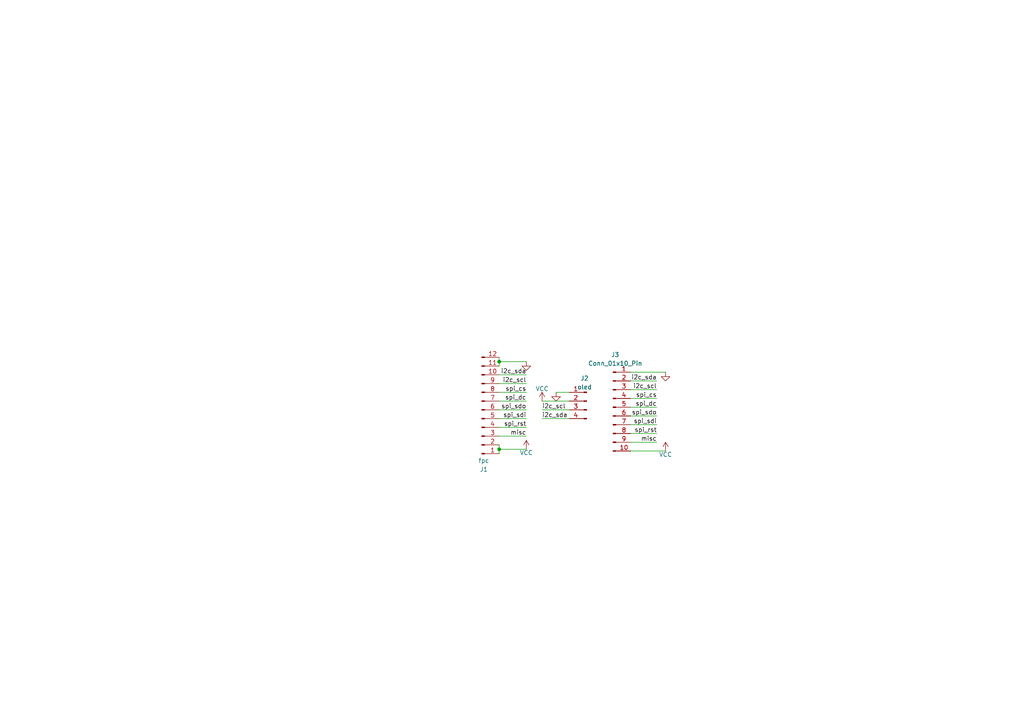
<source format=kicad_sch>
(kicad_sch (version 20230121) (generator eeschema)
  (paper "A4")
  (lib_symbols
    (symbol "Connector:Conn_01x04_Pin" (pin_names (offset 1.016) hide)
      (property "Reference" "J" (at 0 5.08 0))
      (property "Value" "Conn_01x04_Pin" (at 0 -7.62 0))
      (symbol "Conn_01x04_Pin_1_1"
        (polyline (pts (xy 1.27 -5.08) (xy 0.8636 -5.08)) (stroke (width 0.1524)))
        (polyline (pts (xy 1.27 -2.54) (xy 0.8636 -2.54)) (stroke (width 0.1524)))
        (polyline (pts (xy 1.27 0) (xy 0.8636 0)) (stroke (width 0.1524)))
        (polyline (pts (xy 1.27 2.54) (xy 0.8636 2.54)) (stroke (width 0.1524)))
        (rectangle (start 0.8636 -4.953) (end 0 -5.207) (stroke (width 0.1524)) (fill (type outline)))
        (rectangle (start 0.8636 -2.413) (end 0 -2.667) (stroke (width 0.1524)) (fill (type outline)))
        (rectangle (start 0.8636 0.127) (end 0 -0.127) (stroke (width 0.1524)) (fill (type outline)))
        (rectangle (start 0.8636 2.667) (end 0 2.413) (stroke (width 0.1524)) (fill (type outline)))
        (pin passive line (at 5.08 2.54 180) (length 3.81) (name "Pin_1") (number "1"))
        (pin passive line (at 5.08 0 180) (length 3.81) (name "Pin_2") (number "2"))
        (pin passive line (at 5.08 -2.54 180) (length 3.81) (name "Pin_3") (number "3"))
        (pin passive line (at 5.08 -5.08 180) (length 3.81) (name "Pin_4") (number "4"))
      )
    )
    (symbol "Connector:Conn_01x10_Pin" (pin_names (offset 1.016) hide)
      (property "Reference" "J" (at 0 12.7 0))
      (property "Value" "Conn_01x10_Pin" (at 0 -15.24 0))
      (symbol "Conn_01x10_Pin_1_1"
        (polyline (pts (xy 1.27 -12.7) (xy 0.8636 -12.7)) (stroke (width 0.1524)))
        (polyline (pts (xy 1.27 -10.16) (xy 0.8636 -10.16)) (stroke (width 0.1524)))
        (polyline (pts (xy 1.27 -7.62) (xy 0.8636 -7.62)) (stroke (width 0.1524)))
        (polyline (pts (xy 1.27 -5.08) (xy 0.8636 -5.08)) (stroke (width 0.1524)))
        (polyline (pts (xy 1.27 -2.54) (xy 0.8636 -2.54)) (stroke (width 0.1524)))
        (polyline (pts (xy 1.27 0) (xy 0.8636 0)) (stroke (width 0.1524)))
        (polyline (pts (xy 1.27 2.54) (xy 0.8636 2.54)) (stroke (width 0.1524)))
        (polyline (pts (xy 1.27 5.08) (xy 0.8636 5.08)) (stroke (width 0.1524)))
        (polyline (pts (xy 1.27 7.62) (xy 0.8636 7.62)) (stroke (width 0.1524)))
        (polyline (pts (xy 1.27 10.16) (xy 0.8636 10.16)) (stroke (width 0.1524)))
        (rectangle (start 0.8636 -12.573) (end 0 -12.827) (stroke (width 0.1524)) (fill (type outline)))
        (rectangle (start 0.8636 -10.033) (end 0 -10.287) (stroke (width 0.1524)) (fill (type outline)))
        (rectangle (start 0.8636 -7.493) (end 0 -7.747) (stroke (width 0.1524)) (fill (type outline)))
        (rectangle (start 0.8636 -4.953) (end 0 -5.207) (stroke (width 0.1524)) (fill (type outline)))
        (rectangle (start 0.8636 -2.413) (end 0 -2.667) (stroke (width 0.1524)) (fill (type outline)))
        (rectangle (start 0.8636 0.127) (end 0 -0.127) (stroke (width 0.1524)) (fill (type outline)))
        (rectangle (start 0.8636 2.667) (end 0 2.413) (stroke (width 0.1524)) (fill (type outline)))
        (rectangle (start 0.8636 5.207) (end 0 4.953) (stroke (width 0.1524)) (fill (type outline)))
        (rectangle (start 0.8636 7.747) (end 0 7.493) (stroke (width 0.1524)) (fill (type outline)))
        (rectangle (start 0.8636 10.287) (end 0 10.033) (stroke (width 0.1524)) (fill (type outline)))
        (pin passive line (at 5.08 10.16 180) (length 3.81) (name "Pin_1") (number "1"))
        (pin passive line (at 5.08 -12.7 180) (length 3.81) (name "Pin_10") (number "10"))
        (pin passive line (at 5.08 7.62 180) (length 3.81) (name "Pin_2") (number "2"))
        (pin passive line (at 5.08 5.08 180) (length 3.81) (name "Pin_3") (number "3"))
        (pin passive line (at 5.08 2.54 180) (length 3.81) (name "Pin_4") (number "4"))
        (pin passive line (at 5.08 0 180) (length 3.81) (name "Pin_5") (number "5"))
        (pin passive line (at 5.08 -2.54 180) (length 3.81) (name "Pin_6") (number "6"))
        (pin passive line (at 5.08 -5.08 180) (length 3.81) (name "Pin_7") (number "7"))
        (pin passive line (at 5.08 -7.62 180) (length 3.81) (name "Pin_8") (number "8"))
        (pin passive line (at 5.08 -10.16 180) (length 3.81) (name "Pin_9") (number "9"))
      )
    )
    (symbol "Connector:Conn_01x12_Pin" (pin_names (offset 1.016) hide)
      (property "Reference" "J" (at 0 15.24 0))
      (property "Value" "Conn_01x12_Pin" (at 0 -17.78 0))
      (symbol "Conn_01x12_Pin_1_1"
        (polyline (pts (xy 1.27 -15.24) (xy 0.8636 -15.24)) (stroke (width 0.1524)))
        (polyline (pts (xy 1.27 -12.7) (xy 0.8636 -12.7)) (stroke (width 0.1524)))
        (polyline (pts (xy 1.27 -10.16) (xy 0.8636 -10.16)) (stroke (width 0.1524)))
        (polyline (pts (xy 1.27 -7.62) (xy 0.8636 -7.62)) (stroke (width 0.1524)))
        (polyline (pts (xy 1.27 -5.08) (xy 0.8636 -5.08)) (stroke (width 0.1524)))
        (polyline (pts (xy 1.27 -2.54) (xy 0.8636 -2.54)) (stroke (width 0.1524)))
        (polyline (pts (xy 1.27 0) (xy 0.8636 0)) (stroke (width 0.1524)))
        (polyline (pts (xy 1.27 2.54) (xy 0.8636 2.54)) (stroke (width 0.1524)))
        (polyline (pts (xy 1.27 5.08) (xy 0.8636 5.08)) (stroke (width 0.1524)))
        (polyline (pts (xy 1.27 7.62) (xy 0.8636 7.62)) (stroke (width 0.1524)))
        (polyline (pts (xy 1.27 10.16) (xy 0.8636 10.16)) (stroke (width 0.1524)))
        (polyline (pts (xy 1.27 12.7) (xy 0.8636 12.7)) (stroke (width 0.1524)))
        (rectangle (start 0.8636 -15.113) (end 0 -15.367) (stroke (width 0.1524)) (fill (type outline)))
        (rectangle (start 0.8636 -12.573) (end 0 -12.827) (stroke (width 0.1524)) (fill (type outline)))
        (rectangle (start 0.8636 -10.033) (end 0 -10.287) (stroke (width 0.1524)) (fill (type outline)))
        (rectangle (start 0.8636 -7.493) (end 0 -7.747) (stroke (width 0.1524)) (fill (type outline)))
        (rectangle (start 0.8636 -4.953) (end 0 -5.207) (stroke (width 0.1524)) (fill (type outline)))
        (rectangle (start 0.8636 -2.413) (end 0 -2.667) (stroke (width 0.1524)) (fill (type outline)))
        (rectangle (start 0.8636 0.127) (end 0 -0.127) (stroke (width 0.1524)) (fill (type outline)))
        (rectangle (start 0.8636 2.667) (end 0 2.413) (stroke (width 0.1524)) (fill (type outline)))
        (rectangle (start 0.8636 5.207) (end 0 4.953) (stroke (width 0.1524)) (fill (type outline)))
        (rectangle (start 0.8636 7.747) (end 0 7.493) (stroke (width 0.1524)) (fill (type outline)))
        (rectangle (start 0.8636 10.287) (end 0 10.033) (stroke (width 0.1524)) (fill (type outline)))
        (rectangle (start 0.8636 12.827) (end 0 12.573) (stroke (width 0.1524)) (fill (type outline)))
        (pin passive line (at 5.08 12.7 180) (length 3.81) (name "Pin_1") (number "1"))
        (pin passive line (at 5.08 -10.16 180) (length 3.81) (name "Pin_10") (number "10"))
        (pin passive line (at 5.08 -12.7 180) (length 3.81) (name "Pin_11") (number "11"))
        (pin passive line (at 5.08 -15.24 180) (length 3.81) (name "Pin_12") (number "12"))
        (pin passive line (at 5.08 10.16 180) (length 3.81) (name "Pin_2") (number "2"))
        (pin passive line (at 5.08 7.62 180) (length 3.81) (name "Pin_3") (number "3"))
        (pin passive line (at 5.08 5.08 180) (length 3.81) (name "Pin_4") (number "4"))
        (pin passive line (at 5.08 2.54 180) (length 3.81) (name "Pin_5") (number "5"))
        (pin passive line (at 5.08 0 180) (length 3.81) (name "Pin_6") (number "6"))
        (pin passive line (at 5.08 -2.54 180) (length 3.81) (name "Pin_7") (number "7"))
        (pin passive line (at 5.08 -5.08 180) (length 3.81) (name "Pin_8") (number "8"))
        (pin passive line (at 5.08 -7.62 180) (length 3.81) (name "Pin_9") (number "9"))
      )
    )
    (symbol "power:GND" (power) (pin_names (offset 0))
      (property "Value" "GND" (at 0 -3.81 0))
      (symbol "GND_0_1"
        (polyline (pts (xy 0 0) (xy 0 -1.27) (xy 1.27 -1.27) (xy 0 -2.54) (xy -1.27 -1.27) (xy 0 -1.27)))
      )
      (symbol "GND_1_1"
        (pin power_in line (at 0 0 270) (length 0) hide (name "GND") (number "1"))
      )
    )
    (symbol "power:VCC" (power) (pin_names (offset 0))
      (property "Value" "VCC" (at 0 3.81 0))
      (symbol "VCC_0_1"
        (polyline (pts (xy -0.762 1.27) (xy 0 2.54)))
        (polyline (pts (xy 0 0) (xy 0 2.54)))
        (polyline (pts (xy 0 2.54) (xy 0.762 1.27)))
      )
      (symbol "VCC_1_1"
        (pin power_in line (at 0 0 90) (length 0) hide (name "VCC") (number "1"))
      )
    )
  )
  (junction (at 144.78 104.902))
  (junction (at 144.78 130.302))
  (wire (pts (xy 144.78 129.032) (xy 144.78 130.302)))
  (wire (pts (xy 144.78 121.412) (xy 152.654 121.412)))
  (wire (pts (xy 144.78 130.302) (xy 152.654 130.302)))
  (wire (pts (xy 193.04 130.81) (xy 182.88 130.81)))
  (wire (pts (xy 144.78 108.712) (xy 152.654 108.712)))
  (wire (pts (xy 144.78 126.492) (xy 152.654 126.492)))
  (wire (pts (xy 144.78 104.902) (xy 144.78 106.172)))
  (wire (pts (xy 144.78 111.252) (xy 152.654 111.252)))
  (wire (pts (xy 190.5 110.49) (xy 182.88 110.49)))
  (wire (pts (xy 144.78 113.792) (xy 152.654 113.792)))
  (wire (pts (xy 190.5 115.57) (xy 182.88 115.57)))
  (wire (pts (xy 190.5 113.03) (xy 182.88 113.03)))
  (wire (pts (xy 190.5 123.19) (xy 182.88 123.19)))
  (wire (pts (xy 193.04 107.95) (xy 182.88 107.95)))
  (wire (pts (xy 144.78 130.302) (xy 144.78 131.572)))
  (wire (pts (xy 144.78 118.872) (xy 152.654 118.872)))
  (wire (pts (xy 190.5 128.27) (xy 182.88 128.27)))
  (wire (pts (xy 161.29 113.792) (xy 165.1 113.792)))
  (wire (pts (xy 157.226 118.872) (xy 165.1 118.872)))
  (wire (pts (xy 144.78 123.952) (xy 152.654 123.952)))
  (wire (pts (xy 144.78 103.632) (xy 144.78 104.902)))
  (wire (pts (xy 190.5 125.73) (xy 182.88 125.73)))
  (wire (pts (xy 144.78 104.902) (xy 152.654 104.902)))
  (wire (pts (xy 144.78 116.332) (xy 152.654 116.332)))
  (wire (pts (xy 190.5 118.11) (xy 182.88 118.11)))
  (wire (pts (xy 157.226 116.332) (xy 165.1 116.332)))
  (wire (pts (xy 190.5 120.65) (xy 182.88 120.65)))
  (wire (pts (xy 157.226 121.412) (xy 165.1 121.412)))
  (label "spi_sdo" (at 190.5 120.65 180))
  (label "misc" (at 190.5 128.27 180))
  (label "i2c_scl" (at 157.226 118.872 0))
  (label "spi_rst" (at 152.654 123.952 180))
  (label "spi_sdo" (at 152.654 118.872 180))
  (label "i2c_sda" (at 152.654 108.712 180))
  (label "spi_dc" (at 152.654 116.332 180))
  (label "i2c_sda" (at 190.5 110.49 180))
  (label "misc" (at 152.654 126.492 180))
  (label "spi_sdi" (at 190.5 123.19 180))
  (label "spi_rst" (at 190.5 125.73 180))
  (label "spi_cs" (at 152.654 113.792 180))
  (label "i2c_sda" (at 157.226 121.412 0))
  (label "spi_cs" (at 190.5 115.57 180))
  (label "spi_sdi" (at 152.654 121.412 180))
  (label "i2c_scl" (at 152.654 111.252 180))
  (label "i2c_scl" (at 190.5 113.03 180))
  (label "spi_dc" (at 190.5 118.11 180))
  (symbol (lib_id "Connector:Conn_01x04_Pin") (at 170.18 116.332 0) (mirror y) (unit 1)
    (property "Reference" "J2" (at 169.545 109.728 0))
    (property "Value" "oled" (at 169.545 112.268 0))
    (property "Footprint" "Library:oled" (effects hide))
  )
  (symbol (lib_id "power:GND") (at 193.04 107.95 0) (unit 1)
    (property "Reference" "#PWR06" (effects hide))
    (property "Value" "GND" (effects hide))
  )
  (symbol (lib_id "power:VCC") (at 193.04 130.81 0) (unit 1)
    (property "Reference" "#PWR05" (effects hide))
    (property "Value" "VCC" (at 193.04 131.826 0))
  )
  (symbol (lib_id "power:GND") (at 161.29 113.792 0) (unit 1)
    (property "Reference" "#PWR03" (effects hide))
    (property "Value" "GND" (effects hide))
  )
  (symbol (lib_id "power:GND") (at 152.654 104.902 0) (unit 1)
    (property "Reference" "#PWR01" (effects hide))
    (property "Value" "GND" (effects hide))
  )
  (symbol (lib_id "power:VCC") (at 152.654 130.302 0) (unit 1)
    (property "Reference" "#PWR02" (effects hide))
    (property "Value" "VCC" (at 152.654 131.318 0))
  )
  (symbol (lib_id "Connector:Conn_01x10_Pin") (at 177.8 118.11 0) (unit 1)
    (property "Reference" "J3" (at 178.435 102.87 0))
    (property "Value" "Conn_01x10_Pin" (at 178.435 105.41 0))
    (property "Footprint" "Connector_PinHeader_2.54mm:PinHeader_1x10_P2.54mm_Vertical" (effects hide))
  )
  (symbol (lib_id "Connector:Conn_01x12_Pin") (at 139.7 118.872 0) (mirror x) (unit 1)
    (property "Reference" "J1" (at 140.335 136.144 0))
    (property "Value" "fpc" (at 140.335 133.604 0))
    (property "Footprint" "Library:FFC-SMD_12P-P0.50_X05B20U12T" (effects hide))
  )
  (symbol (lib_id "power:VCC") (at 157.226 116.332 0) (unit 1)
    (property "Reference" "#PWR04" (effects hide))
    (property "Value" "VCC" (at 157.226 112.776 0))
  )
)
</source>
